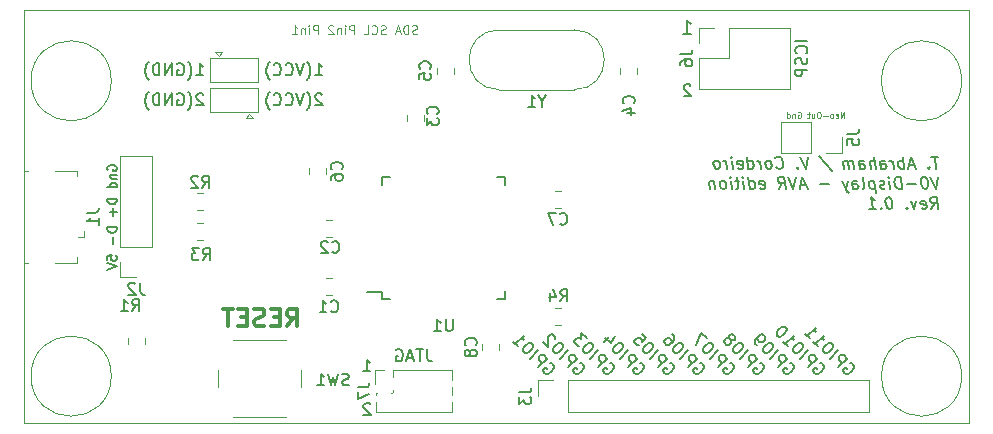
<source format=gbr>
G04 #@! TF.GenerationSoftware,KiCad,Pcbnew,(5.1.9)-1*
G04 #@! TF.CreationDate,2021-03-07T21:45:31-03:00*
G04 #@! TF.ProjectId,V0_Display,56305f44-6973-4706-9c61-792e6b696361,rev?*
G04 #@! TF.SameCoordinates,Original*
G04 #@! TF.FileFunction,Legend,Bot*
G04 #@! TF.FilePolarity,Positive*
%FSLAX46Y46*%
G04 Gerber Fmt 4.6, Leading zero omitted, Abs format (unit mm)*
G04 Created by KiCad (PCBNEW (5.1.9)-1) date 2021-03-07 21:45:31*
%MOMM*%
%LPD*%
G01*
G04 APERTURE LIST*
%ADD10C,0.150000*%
%ADD11C,0.200000*%
%ADD12C,0.100000*%
%ADD13C,0.120000*%
%ADD14C,0.300000*%
G04 #@! TA.AperFunction,Profile*
%ADD15C,0.050000*%
G04 #@! TD*
G04 APERTURE END LIST*
D10*
X114485714Y-83047619D02*
X114438095Y-83000000D01*
X114342857Y-82952380D01*
X114104761Y-82952380D01*
X114009523Y-83000000D01*
X113961904Y-83047619D01*
X113914285Y-83142857D01*
X113914285Y-83238095D01*
X113961904Y-83380952D01*
X114533333Y-83952380D01*
X113914285Y-83952380D01*
X113914285Y-80252380D02*
X114485714Y-80252380D01*
X114200000Y-80252380D02*
X114200000Y-79252380D01*
X114295238Y-79395238D01*
X114390476Y-79490476D01*
X114485714Y-79538095D01*
X119297666Y-78387980D02*
X119297666Y-79102266D01*
X119345285Y-79245123D01*
X119440523Y-79340361D01*
X119583380Y-79387980D01*
X119678619Y-79387980D01*
X118964333Y-78387980D02*
X118392904Y-78387980D01*
X118678619Y-79387980D02*
X118678619Y-78387980D01*
X118107190Y-79102266D02*
X117631000Y-79102266D01*
X118202428Y-79387980D02*
X117869095Y-78387980D01*
X117535761Y-79387980D01*
X116678619Y-78435600D02*
X116773857Y-78387980D01*
X116916714Y-78387980D01*
X117059571Y-78435600D01*
X117154809Y-78530838D01*
X117202428Y-78626076D01*
X117250047Y-78816552D01*
X117250047Y-78959409D01*
X117202428Y-79149885D01*
X117154809Y-79245123D01*
X117059571Y-79340361D01*
X116916714Y-79387980D01*
X116821476Y-79387980D01*
X116678619Y-79340361D01*
X116631000Y-79292742D01*
X116631000Y-78959409D01*
X116821476Y-78959409D01*
X141585714Y-56047619D02*
X141538095Y-56000000D01*
X141442857Y-55952380D01*
X141204761Y-55952380D01*
X141109523Y-56000000D01*
X141061904Y-56047619D01*
X141014285Y-56142857D01*
X141014285Y-56238095D01*
X141061904Y-56380952D01*
X141633333Y-56952380D01*
X141014285Y-56952380D01*
X140942857Y-51715476D02*
X141657142Y-51715476D01*
X141300000Y-51715476D02*
X141300000Y-50465476D01*
X141419047Y-50644047D01*
X141538095Y-50763095D01*
X141657142Y-50822619D01*
X155145862Y-79538755D02*
X155246877Y-79572427D01*
X155347892Y-79673442D01*
X155415236Y-79808129D01*
X155415236Y-79942816D01*
X155381564Y-80043831D01*
X155280549Y-80212190D01*
X155179534Y-80313205D01*
X155011175Y-80414221D01*
X154910160Y-80447892D01*
X154775473Y-80447892D01*
X154640786Y-80380549D01*
X154573442Y-80313205D01*
X154506099Y-80178518D01*
X154506099Y-80111175D01*
X154741801Y-79875473D01*
X154876488Y-80010160D01*
X154135709Y-79875473D02*
X154842816Y-79168366D01*
X154573442Y-78898992D01*
X154472427Y-78865320D01*
X154405083Y-78865320D01*
X154304068Y-78898992D01*
X154203053Y-79000007D01*
X154169381Y-79101022D01*
X154169381Y-79168366D01*
X154203053Y-79269381D01*
X154472427Y-79538755D01*
X153428603Y-79168366D02*
X154135709Y-78461259D01*
X153664305Y-77989855D02*
X153529618Y-77855168D01*
X153428603Y-77821496D01*
X153293916Y-77821496D01*
X153125557Y-77922511D01*
X152889855Y-78158213D01*
X152788839Y-78326572D01*
X152788839Y-78461259D01*
X152822511Y-78562274D01*
X152957198Y-78696961D01*
X153058213Y-78730633D01*
X153192900Y-78730633D01*
X153361259Y-78629618D01*
X153596961Y-78393916D01*
X153697977Y-78225557D01*
X153697977Y-78090870D01*
X153664305Y-77989855D01*
X151980717Y-77720481D02*
X152384778Y-78124542D01*
X152182748Y-77922511D02*
X152889855Y-77215404D01*
X152856183Y-77383763D01*
X152856183Y-77518450D01*
X152889855Y-77619465D01*
X151307282Y-77047046D02*
X151711343Y-77451107D01*
X151509313Y-77249076D02*
X152216420Y-76541969D01*
X152182748Y-76710328D01*
X152182748Y-76845015D01*
X152216420Y-76946030D01*
X152605862Y-79538755D02*
X152706877Y-79572427D01*
X152807892Y-79673442D01*
X152875236Y-79808129D01*
X152875236Y-79942816D01*
X152841564Y-80043831D01*
X152740549Y-80212190D01*
X152639534Y-80313205D01*
X152471175Y-80414221D01*
X152370160Y-80447892D01*
X152235473Y-80447892D01*
X152100786Y-80380549D01*
X152033442Y-80313205D01*
X151966099Y-80178518D01*
X151966099Y-80111175D01*
X152201801Y-79875473D01*
X152336488Y-80010160D01*
X151595709Y-79875473D02*
X152302816Y-79168366D01*
X152033442Y-78898992D01*
X151932427Y-78865320D01*
X151865083Y-78865320D01*
X151764068Y-78898992D01*
X151663053Y-79000007D01*
X151629381Y-79101022D01*
X151629381Y-79168366D01*
X151663053Y-79269381D01*
X151932427Y-79538755D01*
X150888603Y-79168366D02*
X151595709Y-78461259D01*
X151124305Y-77989855D02*
X150989618Y-77855168D01*
X150888603Y-77821496D01*
X150753916Y-77821496D01*
X150585557Y-77922511D01*
X150349855Y-78158213D01*
X150248839Y-78326572D01*
X150248839Y-78461259D01*
X150282511Y-78562274D01*
X150417198Y-78696961D01*
X150518213Y-78730633D01*
X150652900Y-78730633D01*
X150821259Y-78629618D01*
X151056961Y-78393916D01*
X151157977Y-78225557D01*
X151157977Y-78090870D01*
X151124305Y-77989855D01*
X149440717Y-77720481D02*
X149844778Y-78124542D01*
X149642748Y-77922511D02*
X150349855Y-77215404D01*
X150316183Y-77383763D01*
X150316183Y-77518450D01*
X150349855Y-77619465D01*
X149710091Y-76575641D02*
X149642748Y-76508298D01*
X149541733Y-76474626D01*
X149474389Y-76474626D01*
X149373374Y-76508298D01*
X149205015Y-76609313D01*
X149036656Y-76777672D01*
X148935641Y-76946030D01*
X148901969Y-77047046D01*
X148901969Y-77114389D01*
X148935641Y-77215404D01*
X149002985Y-77282748D01*
X149104000Y-77316420D01*
X149171343Y-77316420D01*
X149272359Y-77282748D01*
X149440717Y-77181733D01*
X149609076Y-77013374D01*
X149710091Y-76845015D01*
X149743763Y-76744000D01*
X149743763Y-76676656D01*
X149710091Y-76575641D01*
X150065862Y-79538755D02*
X150166877Y-79572427D01*
X150267892Y-79673442D01*
X150335236Y-79808129D01*
X150335236Y-79942816D01*
X150301564Y-80043831D01*
X150200549Y-80212190D01*
X150099534Y-80313205D01*
X149931175Y-80414221D01*
X149830160Y-80447892D01*
X149695473Y-80447892D01*
X149560786Y-80380549D01*
X149493442Y-80313205D01*
X149426099Y-80178518D01*
X149426099Y-80111175D01*
X149661801Y-79875473D01*
X149796488Y-80010160D01*
X149055709Y-79875473D02*
X149762816Y-79168366D01*
X149493442Y-78898992D01*
X149392427Y-78865320D01*
X149325083Y-78865320D01*
X149224068Y-78898992D01*
X149123053Y-79000007D01*
X149089381Y-79101022D01*
X149089381Y-79168366D01*
X149123053Y-79269381D01*
X149392427Y-79538755D01*
X148348603Y-79168366D02*
X149055709Y-78461259D01*
X148584305Y-77989855D02*
X148449618Y-77855168D01*
X148348603Y-77821496D01*
X148213916Y-77821496D01*
X148045557Y-77922511D01*
X147809855Y-78158213D01*
X147708839Y-78326572D01*
X147708839Y-78461259D01*
X147742511Y-78562274D01*
X147877198Y-78696961D01*
X147978213Y-78730633D01*
X148112900Y-78730633D01*
X148281259Y-78629618D01*
X148516961Y-78393916D01*
X148617977Y-78225557D01*
X148617977Y-78090870D01*
X148584305Y-77989855D01*
X147237435Y-78057198D02*
X147102748Y-77922511D01*
X147069076Y-77821496D01*
X147069076Y-77754152D01*
X147102748Y-77585794D01*
X147203763Y-77417435D01*
X147473137Y-77148061D01*
X147574152Y-77114389D01*
X147641496Y-77114389D01*
X147742511Y-77148061D01*
X147877198Y-77282748D01*
X147910870Y-77383763D01*
X147910870Y-77451107D01*
X147877198Y-77552122D01*
X147708839Y-77720481D01*
X147607824Y-77754152D01*
X147540481Y-77754152D01*
X147439465Y-77720481D01*
X147304778Y-77585794D01*
X147271107Y-77484778D01*
X147271107Y-77417435D01*
X147304778Y-77316420D01*
X147525862Y-79538755D02*
X147626877Y-79572427D01*
X147727892Y-79673442D01*
X147795236Y-79808129D01*
X147795236Y-79942816D01*
X147761564Y-80043831D01*
X147660549Y-80212190D01*
X147559534Y-80313205D01*
X147391175Y-80414221D01*
X147290160Y-80447892D01*
X147155473Y-80447892D01*
X147020786Y-80380549D01*
X146953442Y-80313205D01*
X146886099Y-80178518D01*
X146886099Y-80111175D01*
X147121801Y-79875473D01*
X147256488Y-80010160D01*
X146515709Y-79875473D02*
X147222816Y-79168366D01*
X146953442Y-78898992D01*
X146852427Y-78865320D01*
X146785083Y-78865320D01*
X146684068Y-78898992D01*
X146583053Y-79000007D01*
X146549381Y-79101022D01*
X146549381Y-79168366D01*
X146583053Y-79269381D01*
X146852427Y-79538755D01*
X145808603Y-79168366D02*
X146515709Y-78461259D01*
X146044305Y-77989855D02*
X145909618Y-77855168D01*
X145808603Y-77821496D01*
X145673916Y-77821496D01*
X145505557Y-77922511D01*
X145269855Y-78158213D01*
X145168839Y-78326572D01*
X145168839Y-78461259D01*
X145202511Y-78562274D01*
X145337198Y-78696961D01*
X145438213Y-78730633D01*
X145572900Y-78730633D01*
X145741259Y-78629618D01*
X145976961Y-78393916D01*
X146077977Y-78225557D01*
X146077977Y-78090870D01*
X146044305Y-77989855D01*
X145034152Y-77585794D02*
X145135168Y-77619465D01*
X145202511Y-77619465D01*
X145303526Y-77585794D01*
X145337198Y-77552122D01*
X145370870Y-77451107D01*
X145370870Y-77383763D01*
X145337198Y-77282748D01*
X145202511Y-77148061D01*
X145101496Y-77114389D01*
X145034152Y-77114389D01*
X144933137Y-77148061D01*
X144899465Y-77181733D01*
X144865794Y-77282748D01*
X144865794Y-77350091D01*
X144899465Y-77451107D01*
X145034152Y-77585794D01*
X145067824Y-77686809D01*
X145067824Y-77754152D01*
X145034152Y-77855168D01*
X144899465Y-77989855D01*
X144798450Y-78023526D01*
X144731107Y-78023526D01*
X144630091Y-77989855D01*
X144495404Y-77855168D01*
X144461733Y-77754152D01*
X144461733Y-77686809D01*
X144495404Y-77585794D01*
X144630091Y-77451107D01*
X144731107Y-77417435D01*
X144798450Y-77417435D01*
X144899465Y-77451107D01*
X144985862Y-79538755D02*
X145086877Y-79572427D01*
X145187892Y-79673442D01*
X145255236Y-79808129D01*
X145255236Y-79942816D01*
X145221564Y-80043831D01*
X145120549Y-80212190D01*
X145019534Y-80313205D01*
X144851175Y-80414221D01*
X144750160Y-80447892D01*
X144615473Y-80447892D01*
X144480786Y-80380549D01*
X144413442Y-80313205D01*
X144346099Y-80178518D01*
X144346099Y-80111175D01*
X144581801Y-79875473D01*
X144716488Y-80010160D01*
X143975709Y-79875473D02*
X144682816Y-79168366D01*
X144413442Y-78898992D01*
X144312427Y-78865320D01*
X144245083Y-78865320D01*
X144144068Y-78898992D01*
X144043053Y-79000007D01*
X144009381Y-79101022D01*
X144009381Y-79168366D01*
X144043053Y-79269381D01*
X144312427Y-79538755D01*
X143268603Y-79168366D02*
X143975709Y-78461259D01*
X143504305Y-77989855D02*
X143369618Y-77855168D01*
X143268603Y-77821496D01*
X143133916Y-77821496D01*
X142965557Y-77922511D01*
X142729855Y-78158213D01*
X142628839Y-78326572D01*
X142628839Y-78461259D01*
X142662511Y-78562274D01*
X142797198Y-78696961D01*
X142898213Y-78730633D01*
X143032900Y-78730633D01*
X143201259Y-78629618D01*
X143436961Y-78393916D01*
X143537977Y-78225557D01*
X143537977Y-78090870D01*
X143504305Y-77989855D01*
X142965557Y-77451107D02*
X142494152Y-76979702D01*
X142090091Y-77989855D01*
X142445862Y-79538755D02*
X142546877Y-79572427D01*
X142647892Y-79673442D01*
X142715236Y-79808129D01*
X142715236Y-79942816D01*
X142681564Y-80043831D01*
X142580549Y-80212190D01*
X142479534Y-80313205D01*
X142311175Y-80414221D01*
X142210160Y-80447892D01*
X142075473Y-80447892D01*
X141940786Y-80380549D01*
X141873442Y-80313205D01*
X141806099Y-80178518D01*
X141806099Y-80111175D01*
X142041801Y-79875473D01*
X142176488Y-80010160D01*
X141435709Y-79875473D02*
X142142816Y-79168366D01*
X141873442Y-78898992D01*
X141772427Y-78865320D01*
X141705083Y-78865320D01*
X141604068Y-78898992D01*
X141503053Y-79000007D01*
X141469381Y-79101022D01*
X141469381Y-79168366D01*
X141503053Y-79269381D01*
X141772427Y-79538755D01*
X140728603Y-79168366D02*
X141435709Y-78461259D01*
X140964305Y-77989855D02*
X140829618Y-77855168D01*
X140728603Y-77821496D01*
X140593916Y-77821496D01*
X140425557Y-77922511D01*
X140189855Y-78158213D01*
X140088839Y-78326572D01*
X140088839Y-78461259D01*
X140122511Y-78562274D01*
X140257198Y-78696961D01*
X140358213Y-78730633D01*
X140492900Y-78730633D01*
X140661259Y-78629618D01*
X140896961Y-78393916D01*
X140997977Y-78225557D01*
X140997977Y-78090870D01*
X140964305Y-77989855D01*
X140055168Y-77080717D02*
X140189855Y-77215404D01*
X140223526Y-77316420D01*
X140223526Y-77383763D01*
X140189855Y-77552122D01*
X140088839Y-77720481D01*
X139819465Y-77989855D01*
X139718450Y-78023526D01*
X139651107Y-78023526D01*
X139550091Y-77989855D01*
X139415404Y-77855168D01*
X139381733Y-77754152D01*
X139381733Y-77686809D01*
X139415404Y-77585794D01*
X139583763Y-77417435D01*
X139684778Y-77383763D01*
X139752122Y-77383763D01*
X139853137Y-77417435D01*
X139987824Y-77552122D01*
X140021496Y-77653137D01*
X140021496Y-77720481D01*
X139987824Y-77821496D01*
X139905862Y-79538755D02*
X140006877Y-79572427D01*
X140107892Y-79673442D01*
X140175236Y-79808129D01*
X140175236Y-79942816D01*
X140141564Y-80043831D01*
X140040549Y-80212190D01*
X139939534Y-80313205D01*
X139771175Y-80414221D01*
X139670160Y-80447892D01*
X139535473Y-80447892D01*
X139400786Y-80380549D01*
X139333442Y-80313205D01*
X139266099Y-80178518D01*
X139266099Y-80111175D01*
X139501801Y-79875473D01*
X139636488Y-80010160D01*
X138895709Y-79875473D02*
X139602816Y-79168366D01*
X139333442Y-78898992D01*
X139232427Y-78865320D01*
X139165083Y-78865320D01*
X139064068Y-78898992D01*
X138963053Y-79000007D01*
X138929381Y-79101022D01*
X138929381Y-79168366D01*
X138963053Y-79269381D01*
X139232427Y-79538755D01*
X138188603Y-79168366D02*
X138895709Y-78461259D01*
X138424305Y-77989855D02*
X138289618Y-77855168D01*
X138188603Y-77821496D01*
X138053916Y-77821496D01*
X137885557Y-77922511D01*
X137649855Y-78158213D01*
X137548839Y-78326572D01*
X137548839Y-78461259D01*
X137582511Y-78562274D01*
X137717198Y-78696961D01*
X137818213Y-78730633D01*
X137952900Y-78730633D01*
X138121259Y-78629618D01*
X138356961Y-78393916D01*
X138457977Y-78225557D01*
X138457977Y-78090870D01*
X138424305Y-77989855D01*
X137481496Y-77047046D02*
X137818213Y-77383763D01*
X137515168Y-77754152D01*
X137515168Y-77686809D01*
X137481496Y-77585794D01*
X137313137Y-77417435D01*
X137212122Y-77383763D01*
X137144778Y-77383763D01*
X137043763Y-77417435D01*
X136875404Y-77585794D01*
X136841733Y-77686809D01*
X136841733Y-77754152D01*
X136875404Y-77855168D01*
X137043763Y-78023526D01*
X137144778Y-78057198D01*
X137212122Y-78057198D01*
X137365862Y-79538755D02*
X137466877Y-79572427D01*
X137567892Y-79673442D01*
X137635236Y-79808129D01*
X137635236Y-79942816D01*
X137601564Y-80043831D01*
X137500549Y-80212190D01*
X137399534Y-80313205D01*
X137231175Y-80414221D01*
X137130160Y-80447892D01*
X136995473Y-80447892D01*
X136860786Y-80380549D01*
X136793442Y-80313205D01*
X136726099Y-80178518D01*
X136726099Y-80111175D01*
X136961801Y-79875473D01*
X137096488Y-80010160D01*
X136355709Y-79875473D02*
X137062816Y-79168366D01*
X136793442Y-78898992D01*
X136692427Y-78865320D01*
X136625083Y-78865320D01*
X136524068Y-78898992D01*
X136423053Y-79000007D01*
X136389381Y-79101022D01*
X136389381Y-79168366D01*
X136423053Y-79269381D01*
X136692427Y-79538755D01*
X135648603Y-79168366D02*
X136355709Y-78461259D01*
X135884305Y-77989855D02*
X135749618Y-77855168D01*
X135648603Y-77821496D01*
X135513916Y-77821496D01*
X135345557Y-77922511D01*
X135109855Y-78158213D01*
X135008839Y-78326572D01*
X135008839Y-78461259D01*
X135042511Y-78562274D01*
X135177198Y-78696961D01*
X135278213Y-78730633D01*
X135412900Y-78730633D01*
X135581259Y-78629618D01*
X135816961Y-78393916D01*
X135917977Y-78225557D01*
X135917977Y-78090870D01*
X135884305Y-77989855D01*
X134739465Y-77316420D02*
X134268061Y-77787824D01*
X135177198Y-77215404D02*
X134840481Y-77888839D01*
X134402748Y-77451107D01*
X134825862Y-79538755D02*
X134926877Y-79572427D01*
X135027892Y-79673442D01*
X135095236Y-79808129D01*
X135095236Y-79942816D01*
X135061564Y-80043831D01*
X134960549Y-80212190D01*
X134859534Y-80313205D01*
X134691175Y-80414221D01*
X134590160Y-80447892D01*
X134455473Y-80447892D01*
X134320786Y-80380549D01*
X134253442Y-80313205D01*
X134186099Y-80178518D01*
X134186099Y-80111175D01*
X134421801Y-79875473D01*
X134556488Y-80010160D01*
X133815709Y-79875473D02*
X134522816Y-79168366D01*
X134253442Y-78898992D01*
X134152427Y-78865320D01*
X134085083Y-78865320D01*
X133984068Y-78898992D01*
X133883053Y-79000007D01*
X133849381Y-79101022D01*
X133849381Y-79168366D01*
X133883053Y-79269381D01*
X134152427Y-79538755D01*
X133108603Y-79168366D02*
X133815709Y-78461259D01*
X133344305Y-77989855D02*
X133209618Y-77855168D01*
X133108603Y-77821496D01*
X132973916Y-77821496D01*
X132805557Y-77922511D01*
X132569855Y-78158213D01*
X132468839Y-78326572D01*
X132468839Y-78461259D01*
X132502511Y-78562274D01*
X132637198Y-78696961D01*
X132738213Y-78730633D01*
X132872900Y-78730633D01*
X133041259Y-78629618D01*
X133276961Y-78393916D01*
X133377977Y-78225557D01*
X133377977Y-78090870D01*
X133344305Y-77989855D01*
X132805557Y-77451107D02*
X132367824Y-77013374D01*
X132334152Y-77518450D01*
X132233137Y-77417435D01*
X132132122Y-77383763D01*
X132064778Y-77383763D01*
X131963763Y-77417435D01*
X131795404Y-77585794D01*
X131761733Y-77686809D01*
X131761733Y-77754152D01*
X131795404Y-77855168D01*
X131997435Y-78057198D01*
X132098450Y-78090870D01*
X132165794Y-78090870D01*
X132285862Y-79538755D02*
X132386877Y-79572427D01*
X132487892Y-79673442D01*
X132555236Y-79808129D01*
X132555236Y-79942816D01*
X132521564Y-80043831D01*
X132420549Y-80212190D01*
X132319534Y-80313205D01*
X132151175Y-80414221D01*
X132050160Y-80447892D01*
X131915473Y-80447892D01*
X131780786Y-80380549D01*
X131713442Y-80313205D01*
X131646099Y-80178518D01*
X131646099Y-80111175D01*
X131881801Y-79875473D01*
X132016488Y-80010160D01*
X131275709Y-79875473D02*
X131982816Y-79168366D01*
X131713442Y-78898992D01*
X131612427Y-78865320D01*
X131545083Y-78865320D01*
X131444068Y-78898992D01*
X131343053Y-79000007D01*
X131309381Y-79101022D01*
X131309381Y-79168366D01*
X131343053Y-79269381D01*
X131612427Y-79538755D01*
X130568603Y-79168366D02*
X131275709Y-78461259D01*
X130804305Y-77989855D02*
X130669618Y-77855168D01*
X130568603Y-77821496D01*
X130433916Y-77821496D01*
X130265557Y-77922511D01*
X130029855Y-78158213D01*
X129928839Y-78326572D01*
X129928839Y-78461259D01*
X129962511Y-78562274D01*
X130097198Y-78696961D01*
X130198213Y-78730633D01*
X130332900Y-78730633D01*
X130501259Y-78629618D01*
X130736961Y-78393916D01*
X130837977Y-78225557D01*
X130837977Y-78090870D01*
X130804305Y-77989855D01*
X130164542Y-77484778D02*
X130164542Y-77417435D01*
X130130870Y-77316420D01*
X129962511Y-77148061D01*
X129861496Y-77114389D01*
X129794152Y-77114389D01*
X129693137Y-77148061D01*
X129625794Y-77215404D01*
X129558450Y-77350091D01*
X129558450Y-78158213D01*
X129120717Y-77720481D01*
X129745862Y-79538755D02*
X129846877Y-79572427D01*
X129947892Y-79673442D01*
X130015236Y-79808129D01*
X130015236Y-79942816D01*
X129981564Y-80043831D01*
X129880549Y-80212190D01*
X129779534Y-80313205D01*
X129611175Y-80414221D01*
X129510160Y-80447892D01*
X129375473Y-80447892D01*
X129240786Y-80380549D01*
X129173442Y-80313205D01*
X129106099Y-80178518D01*
X129106099Y-80111175D01*
X129341801Y-79875473D01*
X129476488Y-80010160D01*
X128735709Y-79875473D02*
X129442816Y-79168366D01*
X129173442Y-78898992D01*
X129072427Y-78865320D01*
X129005083Y-78865320D01*
X128904068Y-78898992D01*
X128803053Y-79000007D01*
X128769381Y-79101022D01*
X128769381Y-79168366D01*
X128803053Y-79269381D01*
X129072427Y-79538755D01*
X128028603Y-79168366D02*
X128735709Y-78461259D01*
X128264305Y-77989855D02*
X128129618Y-77855168D01*
X128028603Y-77821496D01*
X127893916Y-77821496D01*
X127725557Y-77922511D01*
X127489855Y-78158213D01*
X127388839Y-78326572D01*
X127388839Y-78461259D01*
X127422511Y-78562274D01*
X127557198Y-78696961D01*
X127658213Y-78730633D01*
X127792900Y-78730633D01*
X127961259Y-78629618D01*
X128196961Y-78393916D01*
X128297977Y-78225557D01*
X128297977Y-78090870D01*
X128264305Y-77989855D01*
X126580717Y-77720481D02*
X126984778Y-78124542D01*
X126782748Y-77922511D02*
X127489855Y-77215404D01*
X127456183Y-77383763D01*
X127456183Y-77518450D01*
X127489855Y-77619465D01*
D11*
X162580409Y-62082980D02*
X162008980Y-62082980D01*
X162419695Y-63082980D02*
X162294695Y-62082980D01*
X161788742Y-62987742D02*
X161747076Y-63035361D01*
X161800647Y-63082980D01*
X161842314Y-63035361D01*
X161788742Y-62987742D01*
X161800647Y-63082980D01*
X160574457Y-62797266D02*
X160098266Y-62797266D01*
X160705409Y-63082980D02*
X160247076Y-62082980D01*
X160038742Y-63082980D01*
X159705409Y-63082980D02*
X159580409Y-62082980D01*
X159628028Y-62463933D02*
X159526838Y-62416314D01*
X159336361Y-62416314D01*
X159247076Y-62463933D01*
X159205409Y-62511552D01*
X159169695Y-62606790D01*
X159205409Y-62892504D01*
X159264933Y-62987742D01*
X159318504Y-63035361D01*
X159419695Y-63082980D01*
X159610171Y-63082980D01*
X159699457Y-63035361D01*
X158800647Y-63082980D02*
X158717314Y-62416314D01*
X158741123Y-62606790D02*
X158681600Y-62511552D01*
X158628028Y-62463933D01*
X158526838Y-62416314D01*
X158431600Y-62416314D01*
X157753028Y-63082980D02*
X157687552Y-62559171D01*
X157723266Y-62463933D01*
X157812552Y-62416314D01*
X158003028Y-62416314D01*
X158104219Y-62463933D01*
X157747076Y-63035361D02*
X157848266Y-63082980D01*
X158086361Y-63082980D01*
X158175647Y-63035361D01*
X158211361Y-62940123D01*
X158199457Y-62844885D01*
X158139933Y-62749647D01*
X158038742Y-62702028D01*
X157800647Y-62702028D01*
X157699457Y-62654409D01*
X157276838Y-63082980D02*
X157151838Y-62082980D01*
X156848266Y-63082980D02*
X156782790Y-62559171D01*
X156818504Y-62463933D01*
X156907790Y-62416314D01*
X157050647Y-62416314D01*
X157151838Y-62463933D01*
X157205409Y-62511552D01*
X155943504Y-63082980D02*
X155878028Y-62559171D01*
X155913742Y-62463933D01*
X156003028Y-62416314D01*
X156193504Y-62416314D01*
X156294695Y-62463933D01*
X155937552Y-63035361D02*
X156038742Y-63082980D01*
X156276838Y-63082980D01*
X156366123Y-63035361D01*
X156401838Y-62940123D01*
X156389933Y-62844885D01*
X156330409Y-62749647D01*
X156229219Y-62702028D01*
X155991123Y-62702028D01*
X155889933Y-62654409D01*
X155467314Y-63082980D02*
X155383980Y-62416314D01*
X155395885Y-62511552D02*
X155342314Y-62463933D01*
X155241123Y-62416314D01*
X155098266Y-62416314D01*
X155008980Y-62463933D01*
X154973266Y-62559171D01*
X155038742Y-63082980D01*
X154973266Y-62559171D02*
X154913742Y-62463933D01*
X154812552Y-62416314D01*
X154669695Y-62416314D01*
X154580409Y-62463933D01*
X154544695Y-62559171D01*
X154610171Y-63082980D01*
X152526838Y-62035361D02*
X153544695Y-63321076D01*
X151580409Y-62082980D02*
X151372076Y-63082980D01*
X150913742Y-62082980D01*
X150693504Y-62987742D02*
X150651838Y-63035361D01*
X150705409Y-63082980D01*
X150747076Y-63035361D01*
X150693504Y-62987742D01*
X150705409Y-63082980D01*
X148883980Y-62987742D02*
X148937552Y-63035361D01*
X149086361Y-63082980D01*
X149181600Y-63082980D01*
X149318504Y-63035361D01*
X149401838Y-62940123D01*
X149437552Y-62844885D01*
X149461361Y-62654409D01*
X149443504Y-62511552D01*
X149372076Y-62321076D01*
X149312552Y-62225838D01*
X149205409Y-62130600D01*
X149056600Y-62082980D01*
X148961361Y-62082980D01*
X148824457Y-62130600D01*
X148782790Y-62178219D01*
X148324457Y-63082980D02*
X148413742Y-63035361D01*
X148455409Y-62987742D01*
X148491123Y-62892504D01*
X148455409Y-62606790D01*
X148395885Y-62511552D01*
X148342314Y-62463933D01*
X148241123Y-62416314D01*
X148098266Y-62416314D01*
X148008980Y-62463933D01*
X147967314Y-62511552D01*
X147931600Y-62606790D01*
X147967314Y-62892504D01*
X148026838Y-62987742D01*
X148080409Y-63035361D01*
X148181600Y-63082980D01*
X148324457Y-63082980D01*
X147562552Y-63082980D02*
X147479219Y-62416314D01*
X147503028Y-62606790D02*
X147443504Y-62511552D01*
X147389933Y-62463933D01*
X147288742Y-62416314D01*
X147193504Y-62416314D01*
X146514933Y-63082980D02*
X146389933Y-62082980D01*
X146508980Y-63035361D02*
X146610171Y-63082980D01*
X146800647Y-63082980D01*
X146889933Y-63035361D01*
X146931600Y-62987742D01*
X146967314Y-62892504D01*
X146931600Y-62606790D01*
X146872076Y-62511552D01*
X146818504Y-62463933D01*
X146717314Y-62416314D01*
X146526838Y-62416314D01*
X146437552Y-62463933D01*
X145651838Y-63035361D02*
X145753028Y-63082980D01*
X145943504Y-63082980D01*
X146032790Y-63035361D01*
X146068504Y-62940123D01*
X146020885Y-62559171D01*
X145961361Y-62463933D01*
X145860171Y-62416314D01*
X145669695Y-62416314D01*
X145580409Y-62463933D01*
X145544695Y-62559171D01*
X145556600Y-62654409D01*
X146044695Y-62749647D01*
X145181600Y-63082980D02*
X145098266Y-62416314D01*
X145056600Y-62082980D02*
X145110171Y-62130600D01*
X145068504Y-62178219D01*
X145014933Y-62130600D01*
X145056600Y-62082980D01*
X145068504Y-62178219D01*
X144705409Y-63082980D02*
X144622076Y-62416314D01*
X144645885Y-62606790D02*
X144586361Y-62511552D01*
X144532790Y-62463933D01*
X144431600Y-62416314D01*
X144336361Y-62416314D01*
X143943504Y-63082980D02*
X144032790Y-63035361D01*
X144074457Y-62987742D01*
X144110171Y-62892504D01*
X144074457Y-62606790D01*
X144014933Y-62511552D01*
X143961361Y-62463933D01*
X143860171Y-62416314D01*
X143717314Y-62416314D01*
X143628028Y-62463933D01*
X143586361Y-62511552D01*
X143550647Y-62606790D01*
X143586361Y-62892504D01*
X143645885Y-62987742D01*
X143699457Y-63035361D01*
X143800647Y-63082980D01*
X143943504Y-63082980D01*
X162580409Y-63782980D02*
X162372076Y-64782980D01*
X161913742Y-63782980D01*
X161389933Y-63782980D02*
X161294695Y-63782980D01*
X161205409Y-63830600D01*
X161163742Y-63878219D01*
X161128028Y-63973457D01*
X161104219Y-64163933D01*
X161133980Y-64402028D01*
X161205409Y-64592504D01*
X161264933Y-64687742D01*
X161318504Y-64735361D01*
X161419695Y-64782980D01*
X161514933Y-64782980D01*
X161604219Y-64735361D01*
X161645885Y-64687742D01*
X161681600Y-64592504D01*
X161705409Y-64402028D01*
X161675647Y-64163933D01*
X161604219Y-63973457D01*
X161544695Y-63878219D01*
X161491123Y-63830600D01*
X161389933Y-63782980D01*
X160705409Y-64402028D02*
X159943504Y-64402028D01*
X159514933Y-64782980D02*
X159389933Y-63782980D01*
X159151838Y-63782980D01*
X159014933Y-63830600D01*
X158931599Y-63925838D01*
X158895885Y-64021076D01*
X158872076Y-64211552D01*
X158889933Y-64354409D01*
X158961361Y-64544885D01*
X159020885Y-64640123D01*
X159128028Y-64735361D01*
X159276838Y-64782980D01*
X159514933Y-64782980D01*
X158514933Y-64782980D02*
X158431599Y-64116314D01*
X158389933Y-63782980D02*
X158443504Y-63830600D01*
X158401838Y-63878219D01*
X158348266Y-63830600D01*
X158389933Y-63782980D01*
X158401838Y-63878219D01*
X158080409Y-64735361D02*
X157991123Y-64782980D01*
X157800647Y-64782980D01*
X157699457Y-64735361D01*
X157639933Y-64640123D01*
X157633980Y-64592504D01*
X157669695Y-64497266D01*
X157758980Y-64449647D01*
X157901838Y-64449647D01*
X157991123Y-64402028D01*
X158026838Y-64306790D01*
X158020885Y-64259171D01*
X157961361Y-64163933D01*
X157860171Y-64116314D01*
X157717314Y-64116314D01*
X157628028Y-64163933D01*
X157145885Y-64116314D02*
X157270885Y-65116314D01*
X157151838Y-64163933D02*
X157050647Y-64116314D01*
X156860171Y-64116314D01*
X156770885Y-64163933D01*
X156729219Y-64211552D01*
X156693504Y-64306790D01*
X156729219Y-64592504D01*
X156788742Y-64687742D01*
X156842314Y-64735361D01*
X156943504Y-64782980D01*
X157133980Y-64782980D01*
X157223266Y-64735361D01*
X156181600Y-64782980D02*
X156270885Y-64735361D01*
X156306599Y-64640123D01*
X156199457Y-63782980D01*
X155372076Y-64782980D02*
X155306600Y-64259171D01*
X155342314Y-64163933D01*
X155431599Y-64116314D01*
X155622076Y-64116314D01*
X155723266Y-64163933D01*
X155366123Y-64735361D02*
X155467314Y-64782980D01*
X155705409Y-64782980D01*
X155794695Y-64735361D01*
X155830409Y-64640123D01*
X155818504Y-64544885D01*
X155758980Y-64449647D01*
X155657790Y-64402028D01*
X155419695Y-64402028D01*
X155318504Y-64354409D01*
X154907790Y-64116314D02*
X154753028Y-64782980D01*
X154431599Y-64116314D02*
X154753028Y-64782980D01*
X154878028Y-65021076D01*
X154931599Y-65068695D01*
X155032790Y-65116314D01*
X153324457Y-64402028D02*
X152562552Y-64402028D01*
X151383980Y-64497266D02*
X150907790Y-64497266D01*
X151514933Y-64782980D02*
X151056600Y-63782980D01*
X150848266Y-64782980D01*
X150532790Y-63782980D02*
X150324457Y-64782980D01*
X149866123Y-63782980D01*
X149086361Y-64782980D02*
X149360171Y-64306790D01*
X149657790Y-64782980D02*
X149532790Y-63782980D01*
X149151838Y-63782980D01*
X149062552Y-63830600D01*
X149020885Y-63878219D01*
X148985171Y-63973457D01*
X149003028Y-64116314D01*
X149062552Y-64211552D01*
X149116123Y-64259171D01*
X149217314Y-64306790D01*
X149598266Y-64306790D01*
X147508980Y-64735361D02*
X147610171Y-64782980D01*
X147800647Y-64782980D01*
X147889933Y-64735361D01*
X147925647Y-64640123D01*
X147878028Y-64259171D01*
X147818504Y-64163933D01*
X147717314Y-64116314D01*
X147526838Y-64116314D01*
X147437552Y-64163933D01*
X147401838Y-64259171D01*
X147413742Y-64354409D01*
X147901838Y-64449647D01*
X146610171Y-64782980D02*
X146485171Y-63782980D01*
X146604219Y-64735361D02*
X146705409Y-64782980D01*
X146895885Y-64782980D01*
X146985171Y-64735361D01*
X147026838Y-64687742D01*
X147062552Y-64592504D01*
X147026838Y-64306790D01*
X146967314Y-64211552D01*
X146913742Y-64163933D01*
X146812552Y-64116314D01*
X146622076Y-64116314D01*
X146532790Y-64163933D01*
X146133980Y-64782980D02*
X146050647Y-64116314D01*
X146008980Y-63782980D02*
X146062552Y-63830600D01*
X146020885Y-63878219D01*
X145967314Y-63830600D01*
X146008980Y-63782980D01*
X146020885Y-63878219D01*
X145717314Y-64116314D02*
X145336361Y-64116314D01*
X145532790Y-63782980D02*
X145639933Y-64640123D01*
X145604219Y-64735361D01*
X145514933Y-64782980D01*
X145419695Y-64782980D01*
X145086361Y-64782980D02*
X145003028Y-64116314D01*
X144961361Y-63782980D02*
X145014933Y-63830600D01*
X144973266Y-63878219D01*
X144919695Y-63830600D01*
X144961361Y-63782980D01*
X144973266Y-63878219D01*
X144467314Y-64782980D02*
X144556599Y-64735361D01*
X144598266Y-64687742D01*
X144633980Y-64592504D01*
X144598266Y-64306790D01*
X144538742Y-64211552D01*
X144485171Y-64163933D01*
X144383980Y-64116314D01*
X144241123Y-64116314D01*
X144151838Y-64163933D01*
X144110171Y-64211552D01*
X144074457Y-64306790D01*
X144110171Y-64592504D01*
X144169695Y-64687742D01*
X144223266Y-64735361D01*
X144324457Y-64782980D01*
X144467314Y-64782980D01*
X143622076Y-64116314D02*
X143705409Y-64782980D01*
X143633980Y-64211552D02*
X143580409Y-64163933D01*
X143479219Y-64116314D01*
X143336361Y-64116314D01*
X143247076Y-64163933D01*
X143211361Y-64259171D01*
X143276838Y-64782980D01*
X161991123Y-66482980D02*
X162264933Y-66006790D01*
X162562552Y-66482980D02*
X162437552Y-65482980D01*
X162056600Y-65482980D01*
X161967314Y-65530600D01*
X161925647Y-65578219D01*
X161889933Y-65673457D01*
X161907790Y-65816314D01*
X161967314Y-65911552D01*
X162020885Y-65959171D01*
X162122076Y-66006790D01*
X162503028Y-66006790D01*
X161175647Y-66435361D02*
X161276838Y-66482980D01*
X161467314Y-66482980D01*
X161556600Y-66435361D01*
X161592314Y-66340123D01*
X161544695Y-65959171D01*
X161485171Y-65863933D01*
X161383980Y-65816314D01*
X161193504Y-65816314D01*
X161104219Y-65863933D01*
X161068504Y-65959171D01*
X161080409Y-66054409D01*
X161568504Y-66149647D01*
X160717314Y-65816314D02*
X160562552Y-66482980D01*
X160241123Y-65816314D01*
X159931600Y-66387742D02*
X159889933Y-66435361D01*
X159943504Y-66482980D01*
X159985171Y-66435361D01*
X159931600Y-66387742D01*
X159943504Y-66482980D01*
X158389933Y-65482980D02*
X158294695Y-65482980D01*
X158205409Y-65530600D01*
X158163742Y-65578219D01*
X158128028Y-65673457D01*
X158104219Y-65863933D01*
X158133980Y-66102028D01*
X158205409Y-66292504D01*
X158264933Y-66387742D01*
X158318504Y-66435361D01*
X158419695Y-66482980D01*
X158514933Y-66482980D01*
X158604219Y-66435361D01*
X158645885Y-66387742D01*
X158681600Y-66292504D01*
X158705409Y-66102028D01*
X158675647Y-65863933D01*
X158604219Y-65673457D01*
X158544695Y-65578219D01*
X158491123Y-65530600D01*
X158389933Y-65482980D01*
X157741123Y-66387742D02*
X157699457Y-66435361D01*
X157753028Y-66482980D01*
X157794695Y-66435361D01*
X157741123Y-66387742D01*
X157753028Y-66482980D01*
X156753028Y-66482980D02*
X157324457Y-66482980D01*
X157038742Y-66482980D02*
X156913742Y-65482980D01*
X157026838Y-65625838D01*
X157133980Y-65721076D01*
X157235171Y-65768695D01*
D12*
X154621666Y-58791190D02*
X154621666Y-58291190D01*
X154335952Y-58791190D01*
X154335952Y-58291190D01*
X153907380Y-58767380D02*
X153955000Y-58791190D01*
X154050238Y-58791190D01*
X154097857Y-58767380D01*
X154121666Y-58719761D01*
X154121666Y-58529285D01*
X154097857Y-58481666D01*
X154050238Y-58457857D01*
X153955000Y-58457857D01*
X153907380Y-58481666D01*
X153883571Y-58529285D01*
X153883571Y-58576904D01*
X154121666Y-58624523D01*
X153597857Y-58791190D02*
X153645476Y-58767380D01*
X153669285Y-58743571D01*
X153693095Y-58695952D01*
X153693095Y-58553095D01*
X153669285Y-58505476D01*
X153645476Y-58481666D01*
X153597857Y-58457857D01*
X153526428Y-58457857D01*
X153478809Y-58481666D01*
X153455000Y-58505476D01*
X153431190Y-58553095D01*
X153431190Y-58695952D01*
X153455000Y-58743571D01*
X153478809Y-58767380D01*
X153526428Y-58791190D01*
X153597857Y-58791190D01*
X153216904Y-58600714D02*
X152835952Y-58600714D01*
X152502619Y-58291190D02*
X152407380Y-58291190D01*
X152359761Y-58315000D01*
X152312142Y-58362619D01*
X152288333Y-58457857D01*
X152288333Y-58624523D01*
X152312142Y-58719761D01*
X152359761Y-58767380D01*
X152407380Y-58791190D01*
X152502619Y-58791190D01*
X152550238Y-58767380D01*
X152597857Y-58719761D01*
X152621666Y-58624523D01*
X152621666Y-58457857D01*
X152597857Y-58362619D01*
X152550238Y-58315000D01*
X152502619Y-58291190D01*
X151859761Y-58457857D02*
X151859761Y-58791190D01*
X152074047Y-58457857D02*
X152074047Y-58719761D01*
X152050238Y-58767380D01*
X152002619Y-58791190D01*
X151931190Y-58791190D01*
X151883571Y-58767380D01*
X151859761Y-58743571D01*
X151693095Y-58457857D02*
X151502619Y-58457857D01*
X151621666Y-58291190D02*
X151621666Y-58719761D01*
X151597857Y-58767380D01*
X151550238Y-58791190D01*
X151502619Y-58791190D01*
X150693095Y-58315000D02*
X150740714Y-58291190D01*
X150812142Y-58291190D01*
X150883571Y-58315000D01*
X150931190Y-58362619D01*
X150955000Y-58410238D01*
X150978809Y-58505476D01*
X150978809Y-58576904D01*
X150955000Y-58672142D01*
X150931190Y-58719761D01*
X150883571Y-58767380D01*
X150812142Y-58791190D01*
X150764523Y-58791190D01*
X150693095Y-58767380D01*
X150669285Y-58743571D01*
X150669285Y-58576904D01*
X150764523Y-58576904D01*
X150455000Y-58457857D02*
X150455000Y-58791190D01*
X150455000Y-58505476D02*
X150431190Y-58481666D01*
X150383571Y-58457857D01*
X150312142Y-58457857D01*
X150264523Y-58481666D01*
X150240714Y-58529285D01*
X150240714Y-58791190D01*
X149788333Y-58791190D02*
X149788333Y-58291190D01*
X149788333Y-58767380D02*
X149835952Y-58791190D01*
X149931190Y-58791190D01*
X149978809Y-58767380D01*
X150002619Y-58743571D01*
X150026428Y-58695952D01*
X150026428Y-58553095D01*
X150002619Y-58505476D01*
X149978809Y-58481666D01*
X149931190Y-58457857D01*
X149835952Y-58457857D01*
X149788333Y-58481666D01*
D10*
X110410952Y-56817619D02*
X110363333Y-56770000D01*
X110268095Y-56722380D01*
X110030000Y-56722380D01*
X109934761Y-56770000D01*
X109887142Y-56817619D01*
X109839523Y-56912857D01*
X109839523Y-57008095D01*
X109887142Y-57150952D01*
X110458571Y-57722380D01*
X109839523Y-57722380D01*
X109125238Y-58103333D02*
X109172857Y-58055714D01*
X109268095Y-57912857D01*
X109315714Y-57817619D01*
X109363333Y-57674761D01*
X109410952Y-57436666D01*
X109410952Y-57246190D01*
X109363333Y-57008095D01*
X109315714Y-56865238D01*
X109268095Y-56770000D01*
X109172857Y-56627142D01*
X109125238Y-56579523D01*
X108887142Y-56722380D02*
X108553809Y-57722380D01*
X108220476Y-56722380D01*
X107315714Y-57627142D02*
X107363333Y-57674761D01*
X107506190Y-57722380D01*
X107601428Y-57722380D01*
X107744285Y-57674761D01*
X107839523Y-57579523D01*
X107887142Y-57484285D01*
X107934761Y-57293809D01*
X107934761Y-57150952D01*
X107887142Y-56960476D01*
X107839523Y-56865238D01*
X107744285Y-56770000D01*
X107601428Y-56722380D01*
X107506190Y-56722380D01*
X107363333Y-56770000D01*
X107315714Y-56817619D01*
X106315714Y-57627142D02*
X106363333Y-57674761D01*
X106506190Y-57722380D01*
X106601428Y-57722380D01*
X106744285Y-57674761D01*
X106839523Y-57579523D01*
X106887142Y-57484285D01*
X106934761Y-57293809D01*
X106934761Y-57150952D01*
X106887142Y-56960476D01*
X106839523Y-56865238D01*
X106744285Y-56770000D01*
X106601428Y-56722380D01*
X106506190Y-56722380D01*
X106363333Y-56770000D01*
X106315714Y-56817619D01*
X105982380Y-58103333D02*
X105934761Y-58055714D01*
X105839523Y-57912857D01*
X105791904Y-57817619D01*
X105744285Y-57674761D01*
X105696666Y-57436666D01*
X105696666Y-57246190D01*
X105744285Y-57008095D01*
X105791904Y-56865238D01*
X105839523Y-56770000D01*
X105934761Y-56627142D01*
X105982380Y-56579523D01*
X109839523Y-55182380D02*
X110410952Y-55182380D01*
X110125238Y-55182380D02*
X110125238Y-54182380D01*
X110220476Y-54325238D01*
X110315714Y-54420476D01*
X110410952Y-54468095D01*
X109125238Y-55563333D02*
X109172857Y-55515714D01*
X109268095Y-55372857D01*
X109315714Y-55277619D01*
X109363333Y-55134761D01*
X109410952Y-54896666D01*
X109410952Y-54706190D01*
X109363333Y-54468095D01*
X109315714Y-54325238D01*
X109268095Y-54230000D01*
X109172857Y-54087142D01*
X109125238Y-54039523D01*
X108887142Y-54182380D02*
X108553809Y-55182380D01*
X108220476Y-54182380D01*
X107315714Y-55087142D02*
X107363333Y-55134761D01*
X107506190Y-55182380D01*
X107601428Y-55182380D01*
X107744285Y-55134761D01*
X107839523Y-55039523D01*
X107887142Y-54944285D01*
X107934761Y-54753809D01*
X107934761Y-54610952D01*
X107887142Y-54420476D01*
X107839523Y-54325238D01*
X107744285Y-54230000D01*
X107601428Y-54182380D01*
X107506190Y-54182380D01*
X107363333Y-54230000D01*
X107315714Y-54277619D01*
X106315714Y-55087142D02*
X106363333Y-55134761D01*
X106506190Y-55182380D01*
X106601428Y-55182380D01*
X106744285Y-55134761D01*
X106839523Y-55039523D01*
X106887142Y-54944285D01*
X106934761Y-54753809D01*
X106934761Y-54610952D01*
X106887142Y-54420476D01*
X106839523Y-54325238D01*
X106744285Y-54230000D01*
X106601428Y-54182380D01*
X106506190Y-54182380D01*
X106363333Y-54230000D01*
X106315714Y-54277619D01*
X105982380Y-55563333D02*
X105934761Y-55515714D01*
X105839523Y-55372857D01*
X105791904Y-55277619D01*
X105744285Y-55134761D01*
X105696666Y-54896666D01*
X105696666Y-54706190D01*
X105744285Y-54468095D01*
X105791904Y-54325238D01*
X105839523Y-54230000D01*
X105934761Y-54087142D01*
X105982380Y-54039523D01*
X100346190Y-56817619D02*
X100298571Y-56770000D01*
X100203333Y-56722380D01*
X99965238Y-56722380D01*
X99870000Y-56770000D01*
X99822380Y-56817619D01*
X99774761Y-56912857D01*
X99774761Y-57008095D01*
X99822380Y-57150952D01*
X100393809Y-57722380D01*
X99774761Y-57722380D01*
X99060476Y-58103333D02*
X99108095Y-58055714D01*
X99203333Y-57912857D01*
X99250952Y-57817619D01*
X99298571Y-57674761D01*
X99346190Y-57436666D01*
X99346190Y-57246190D01*
X99298571Y-57008095D01*
X99250952Y-56865238D01*
X99203333Y-56770000D01*
X99108095Y-56627142D01*
X99060476Y-56579523D01*
X98155714Y-56770000D02*
X98250952Y-56722380D01*
X98393809Y-56722380D01*
X98536666Y-56770000D01*
X98631904Y-56865238D01*
X98679523Y-56960476D01*
X98727142Y-57150952D01*
X98727142Y-57293809D01*
X98679523Y-57484285D01*
X98631904Y-57579523D01*
X98536666Y-57674761D01*
X98393809Y-57722380D01*
X98298571Y-57722380D01*
X98155714Y-57674761D01*
X98108095Y-57627142D01*
X98108095Y-57293809D01*
X98298571Y-57293809D01*
X97679523Y-57722380D02*
X97679523Y-56722380D01*
X97108095Y-57722380D01*
X97108095Y-56722380D01*
X96631904Y-57722380D02*
X96631904Y-56722380D01*
X96393809Y-56722380D01*
X96250952Y-56770000D01*
X96155714Y-56865238D01*
X96108095Y-56960476D01*
X96060476Y-57150952D01*
X96060476Y-57293809D01*
X96108095Y-57484285D01*
X96155714Y-57579523D01*
X96250952Y-57674761D01*
X96393809Y-57722380D01*
X96631904Y-57722380D01*
X95727142Y-58103333D02*
X95679523Y-58055714D01*
X95584285Y-57912857D01*
X95536666Y-57817619D01*
X95489047Y-57674761D01*
X95441428Y-57436666D01*
X95441428Y-57246190D01*
X95489047Y-57008095D01*
X95536666Y-56865238D01*
X95584285Y-56770000D01*
X95679523Y-56627142D01*
X95727142Y-56579523D01*
X99774761Y-55182380D02*
X100346190Y-55182380D01*
X100060476Y-55182380D02*
X100060476Y-54182380D01*
X100155714Y-54325238D01*
X100250952Y-54420476D01*
X100346190Y-54468095D01*
X99060476Y-55563333D02*
X99108095Y-55515714D01*
X99203333Y-55372857D01*
X99250952Y-55277619D01*
X99298571Y-55134761D01*
X99346190Y-54896666D01*
X99346190Y-54706190D01*
X99298571Y-54468095D01*
X99250952Y-54325238D01*
X99203333Y-54230000D01*
X99108095Y-54087142D01*
X99060476Y-54039523D01*
X98155714Y-54230000D02*
X98250952Y-54182380D01*
X98393809Y-54182380D01*
X98536666Y-54230000D01*
X98631904Y-54325238D01*
X98679523Y-54420476D01*
X98727142Y-54610952D01*
X98727142Y-54753809D01*
X98679523Y-54944285D01*
X98631904Y-55039523D01*
X98536666Y-55134761D01*
X98393809Y-55182380D01*
X98298571Y-55182380D01*
X98155714Y-55134761D01*
X98108095Y-55087142D01*
X98108095Y-54753809D01*
X98298571Y-54753809D01*
X97679523Y-55182380D02*
X97679523Y-54182380D01*
X97108095Y-55182380D01*
X97108095Y-54182380D01*
X96631904Y-55182380D02*
X96631904Y-54182380D01*
X96393809Y-54182380D01*
X96250952Y-54230000D01*
X96155714Y-54325238D01*
X96108095Y-54420476D01*
X96060476Y-54610952D01*
X96060476Y-54753809D01*
X96108095Y-54944285D01*
X96155714Y-55039523D01*
X96250952Y-55134761D01*
X96393809Y-55182380D01*
X96631904Y-55182380D01*
X95727142Y-55563333D02*
X95679523Y-55515714D01*
X95584285Y-55372857D01*
X95536666Y-55277619D01*
X95489047Y-55134761D01*
X95441428Y-54896666D01*
X95441428Y-54706190D01*
X95489047Y-54468095D01*
X95536666Y-54325238D01*
X95584285Y-54230000D01*
X95679523Y-54087142D01*
X95727142Y-54039523D01*
X92270000Y-63207142D02*
X92231904Y-63130952D01*
X92231904Y-63016666D01*
X92270000Y-62902380D01*
X92346190Y-62826190D01*
X92422380Y-62788095D01*
X92574761Y-62750000D01*
X92689047Y-62750000D01*
X92841428Y-62788095D01*
X92917619Y-62826190D01*
X92993809Y-62902380D01*
X93031904Y-63016666D01*
X93031904Y-63092857D01*
X92993809Y-63207142D01*
X92955714Y-63245238D01*
X92689047Y-63245238D01*
X92689047Y-63092857D01*
X92498571Y-63588095D02*
X93031904Y-63588095D01*
X92574761Y-63588095D02*
X92536666Y-63626190D01*
X92498571Y-63702380D01*
X92498571Y-63816666D01*
X92536666Y-63892857D01*
X92612857Y-63930952D01*
X93031904Y-63930952D01*
X93031904Y-64654761D02*
X92231904Y-64654761D01*
X92993809Y-64654761D02*
X93031904Y-64578571D01*
X93031904Y-64426190D01*
X92993809Y-64350000D01*
X92955714Y-64311904D01*
X92879523Y-64273809D01*
X92650952Y-64273809D01*
X92574761Y-64311904D01*
X92536666Y-64350000D01*
X92498571Y-64426190D01*
X92498571Y-64578571D01*
X92536666Y-64654761D01*
X93031904Y-65645238D02*
X92231904Y-65645238D01*
X92231904Y-65835714D01*
X92270000Y-65950000D01*
X92346190Y-66026190D01*
X92422380Y-66064285D01*
X92574761Y-66102380D01*
X92689047Y-66102380D01*
X92841428Y-66064285D01*
X92917619Y-66026190D01*
X92993809Y-65950000D01*
X93031904Y-65835714D01*
X93031904Y-65645238D01*
X92727142Y-66445238D02*
X92727142Y-67054761D01*
X93031904Y-66750000D02*
X92422380Y-66750000D01*
X93031904Y-68045238D02*
X92231904Y-68045238D01*
X92231904Y-68235714D01*
X92270000Y-68350000D01*
X92346190Y-68426190D01*
X92422380Y-68464285D01*
X92574761Y-68502380D01*
X92689047Y-68502380D01*
X92841428Y-68464285D01*
X92917619Y-68426190D01*
X92993809Y-68350000D01*
X93031904Y-68235714D01*
X93031904Y-68045238D01*
X92727142Y-68845238D02*
X92727142Y-69454761D01*
X92231904Y-70826190D02*
X92231904Y-70445238D01*
X92612857Y-70407142D01*
X92574761Y-70445238D01*
X92536666Y-70521428D01*
X92536666Y-70711904D01*
X92574761Y-70788095D01*
X92612857Y-70826190D01*
X92689047Y-70864285D01*
X92879523Y-70864285D01*
X92955714Y-70826190D01*
X92993809Y-70788095D01*
X93031904Y-70711904D01*
X93031904Y-70521428D01*
X92993809Y-70445238D01*
X92955714Y-70407142D01*
X92231904Y-71092857D02*
X93031904Y-71359523D01*
X92231904Y-71626190D01*
D13*
X164564113Y-55650000D02*
G75*
G03*
X164564113Y-55650000I-3394113J0D01*
G01*
X164564113Y-80650000D02*
G75*
G03*
X164564113Y-80650000I-3394113J0D01*
G01*
X92564113Y-80650000D02*
G75*
G03*
X92564113Y-80650000I-3394113J0D01*
G01*
X92564113Y-55650000D02*
G75*
G03*
X92564113Y-55650000I-3394113J0D01*
G01*
D12*
X118473571Y-51651571D02*
X118366428Y-51687285D01*
X118187857Y-51687285D01*
X118116428Y-51651571D01*
X118080714Y-51615857D01*
X118045000Y-51544428D01*
X118045000Y-51473000D01*
X118080714Y-51401571D01*
X118116428Y-51365857D01*
X118187857Y-51330142D01*
X118330714Y-51294428D01*
X118402142Y-51258714D01*
X118437857Y-51223000D01*
X118473571Y-51151571D01*
X118473571Y-51080142D01*
X118437857Y-51008714D01*
X118402142Y-50973000D01*
X118330714Y-50937285D01*
X118152142Y-50937285D01*
X118045000Y-50973000D01*
X117723571Y-51687285D02*
X117723571Y-50937285D01*
X117545000Y-50937285D01*
X117437857Y-50973000D01*
X117366428Y-51044428D01*
X117330714Y-51115857D01*
X117295000Y-51258714D01*
X117295000Y-51365857D01*
X117330714Y-51508714D01*
X117366428Y-51580142D01*
X117437857Y-51651571D01*
X117545000Y-51687285D01*
X117723571Y-51687285D01*
X117009285Y-51473000D02*
X116652142Y-51473000D01*
X117080714Y-51687285D02*
X116830714Y-50937285D01*
X116580714Y-51687285D01*
X115795000Y-51651571D02*
X115687857Y-51687285D01*
X115509285Y-51687285D01*
X115437857Y-51651571D01*
X115402142Y-51615857D01*
X115366428Y-51544428D01*
X115366428Y-51473000D01*
X115402142Y-51401571D01*
X115437857Y-51365857D01*
X115509285Y-51330142D01*
X115652142Y-51294428D01*
X115723571Y-51258714D01*
X115759285Y-51223000D01*
X115795000Y-51151571D01*
X115795000Y-51080142D01*
X115759285Y-51008714D01*
X115723571Y-50973000D01*
X115652142Y-50937285D01*
X115473571Y-50937285D01*
X115366428Y-50973000D01*
X114616428Y-51615857D02*
X114652142Y-51651571D01*
X114759285Y-51687285D01*
X114830714Y-51687285D01*
X114937857Y-51651571D01*
X115009285Y-51580142D01*
X115045000Y-51508714D01*
X115080714Y-51365857D01*
X115080714Y-51258714D01*
X115045000Y-51115857D01*
X115009285Y-51044428D01*
X114937857Y-50973000D01*
X114830714Y-50937285D01*
X114759285Y-50937285D01*
X114652142Y-50973000D01*
X114616428Y-51008714D01*
X113937857Y-51687285D02*
X114295000Y-51687285D01*
X114295000Y-50937285D01*
X113116428Y-51687285D02*
X113116428Y-50937285D01*
X112830714Y-50937285D01*
X112759285Y-50973000D01*
X112723571Y-51008714D01*
X112687857Y-51080142D01*
X112687857Y-51187285D01*
X112723571Y-51258714D01*
X112759285Y-51294428D01*
X112830714Y-51330142D01*
X113116428Y-51330142D01*
X112366428Y-51687285D02*
X112366428Y-51187285D01*
X112366428Y-50937285D02*
X112402142Y-50973000D01*
X112366428Y-51008714D01*
X112330714Y-50973000D01*
X112366428Y-50937285D01*
X112366428Y-51008714D01*
X112009285Y-51187285D02*
X112009285Y-51687285D01*
X112009285Y-51258714D02*
X111973571Y-51223000D01*
X111902142Y-51187285D01*
X111795000Y-51187285D01*
X111723571Y-51223000D01*
X111687857Y-51294428D01*
X111687857Y-51687285D01*
X111366428Y-51008714D02*
X111330714Y-50973000D01*
X111259285Y-50937285D01*
X111080714Y-50937285D01*
X111009285Y-50973000D01*
X110973571Y-51008714D01*
X110937857Y-51080142D01*
X110937857Y-51151571D01*
X110973571Y-51258714D01*
X111402142Y-51687285D01*
X110937857Y-51687285D01*
X110045000Y-51687285D02*
X110045000Y-50937285D01*
X109759285Y-50937285D01*
X109687857Y-50973000D01*
X109652142Y-51008714D01*
X109616428Y-51080142D01*
X109616428Y-51187285D01*
X109652142Y-51258714D01*
X109687857Y-51294428D01*
X109759285Y-51330142D01*
X110045000Y-51330142D01*
X109295000Y-51687285D02*
X109295000Y-51187285D01*
X109295000Y-50937285D02*
X109330714Y-50973000D01*
X109295000Y-51008714D01*
X109259285Y-50973000D01*
X109295000Y-50937285D01*
X109295000Y-51008714D01*
X108937857Y-51187285D02*
X108937857Y-51687285D01*
X108937857Y-51258714D02*
X108902142Y-51223000D01*
X108830714Y-51187285D01*
X108723571Y-51187285D01*
X108652142Y-51223000D01*
X108616428Y-51294428D01*
X108616428Y-51687285D01*
X107866428Y-51687285D02*
X108295000Y-51687285D01*
X108080714Y-51687285D02*
X108080714Y-50937285D01*
X108152142Y-51044428D01*
X108223571Y-51115857D01*
X108295000Y-51151571D01*
D14*
X107457171Y-76439171D02*
X107957171Y-75724885D01*
X108314314Y-76439171D02*
X108314314Y-74939171D01*
X107742885Y-74939171D01*
X107600028Y-75010600D01*
X107528600Y-75082028D01*
X107457171Y-75224885D01*
X107457171Y-75439171D01*
X107528600Y-75582028D01*
X107600028Y-75653457D01*
X107742885Y-75724885D01*
X108314314Y-75724885D01*
X106814314Y-75653457D02*
X106314314Y-75653457D01*
X106100028Y-76439171D02*
X106814314Y-76439171D01*
X106814314Y-74939171D01*
X106100028Y-74939171D01*
X105528600Y-76367742D02*
X105314314Y-76439171D01*
X104957171Y-76439171D01*
X104814314Y-76367742D01*
X104742885Y-76296314D01*
X104671457Y-76153457D01*
X104671457Y-76010600D01*
X104742885Y-75867742D01*
X104814314Y-75796314D01*
X104957171Y-75724885D01*
X105242885Y-75653457D01*
X105385742Y-75582028D01*
X105457171Y-75510600D01*
X105528600Y-75367742D01*
X105528600Y-75224885D01*
X105457171Y-75082028D01*
X105385742Y-75010600D01*
X105242885Y-74939171D01*
X104885742Y-74939171D01*
X104671457Y-75010600D01*
X104028600Y-75653457D02*
X103528600Y-75653457D01*
X103314314Y-76439171D02*
X104028600Y-76439171D01*
X104028600Y-74939171D01*
X103314314Y-74939171D01*
X102885742Y-74939171D02*
X102028600Y-74939171D01*
X102457171Y-76439171D02*
X102457171Y-74939171D01*
D15*
X85170000Y-84650000D02*
X85170000Y-49650000D01*
X165170000Y-84650000D02*
X85170000Y-84650000D01*
X165170000Y-49650000D02*
X165170000Y-84650000D01*
X85170000Y-49650000D02*
X165170000Y-49650000D01*
D13*
X101602000Y-81605400D02*
X101602000Y-80105400D01*
X102852000Y-77605400D02*
X107352000Y-77605400D01*
X108602000Y-80105400D02*
X108602000Y-81605400D01*
X107352000Y-84105400D02*
X102852000Y-84105400D01*
X99841422Y-67710000D02*
X100358578Y-67710000D01*
X99841422Y-69130000D02*
X100358578Y-69130000D01*
X95380000Y-77409322D02*
X95380000Y-77926478D01*
X93960000Y-77409322D02*
X93960000Y-77926478D01*
X100900000Y-55730000D02*
X105000000Y-55730000D01*
X105000000Y-55730000D02*
X105000000Y-53730000D01*
X105000000Y-53730000D02*
X100900000Y-53730000D01*
X100900000Y-53730000D02*
X100900000Y-55730000D01*
X101650000Y-53530000D02*
X101350000Y-53230000D01*
X101350000Y-53230000D02*
X101950000Y-53230000D01*
X101650000Y-53530000D02*
X101950000Y-53230000D01*
X105000000Y-56270000D02*
X100900000Y-56270000D01*
X100900000Y-56270000D02*
X100900000Y-58270000D01*
X100900000Y-58270000D02*
X105000000Y-58270000D01*
X105000000Y-58270000D02*
X105000000Y-56270000D01*
X104250000Y-58470000D02*
X104550000Y-58770000D01*
X104550000Y-58770000D02*
X103950000Y-58770000D01*
X104250000Y-58470000D02*
X103950000Y-58770000D01*
X154445000Y-61775000D02*
X154445000Y-60445000D01*
X153115000Y-61775000D02*
X154445000Y-61775000D01*
X151845000Y-61775000D02*
X151845000Y-59115000D01*
X151845000Y-59115000D02*
X149245000Y-59115000D01*
X151845000Y-61775000D02*
X149245000Y-61775000D01*
X149245000Y-61775000D02*
X149245000Y-59115000D01*
X93340000Y-72290000D02*
X94670000Y-72290000D01*
X93340000Y-70960000D02*
X93340000Y-72290000D01*
X93340000Y-69690000D02*
X96000000Y-69690000D01*
X96000000Y-69690000D02*
X96000000Y-62010000D01*
X93340000Y-69690000D02*
X93340000Y-62010000D01*
X93340000Y-62010000D02*
X96000000Y-62010000D01*
X90232500Y-68850000D02*
X89782500Y-68850000D01*
X90232500Y-68850000D02*
X90232500Y-68400000D01*
X89682500Y-63250000D02*
X89682500Y-63700000D01*
X87832500Y-63250000D02*
X89682500Y-63250000D01*
X85282500Y-71050000D02*
X85532500Y-71050000D01*
X85282500Y-63250000D02*
X85532500Y-63250000D01*
X87832500Y-71050000D02*
X89682500Y-71050000D01*
X89682500Y-71050000D02*
X89682500Y-70600000D01*
X137042000Y-54535722D02*
X137042000Y-55052878D01*
X135622000Y-54535722D02*
X135622000Y-55052878D01*
X119006400Y-58541422D02*
X119006400Y-59058578D01*
X117586400Y-58541422D02*
X117586400Y-59058578D01*
X110737822Y-67418000D02*
X111254978Y-67418000D01*
X110737822Y-68838000D02*
X111254978Y-68838000D01*
X110737822Y-72358200D02*
X111254978Y-72358200D01*
X110737822Y-73778200D02*
X111254978Y-73778200D01*
X120122000Y-54535722D02*
X120122000Y-55052878D01*
X121542000Y-54535722D02*
X121542000Y-55052878D01*
X109343800Y-63573178D02*
X109343800Y-63056022D01*
X110763800Y-63573178D02*
X110763800Y-63056022D01*
X128670000Y-81017200D02*
X128670000Y-82347200D01*
X130000000Y-81017200D02*
X128670000Y-81017200D01*
X131270000Y-81017200D02*
X131270000Y-83677200D01*
X131270000Y-83677200D02*
X156730000Y-83677200D01*
X131270000Y-81017200D02*
X156730000Y-81017200D01*
X156730000Y-81017200D02*
X156730000Y-83677200D01*
X142302600Y-51138800D02*
X142302600Y-52468800D01*
X143632600Y-51138800D02*
X142302600Y-51138800D01*
X142302600Y-53738800D02*
X142302600Y-56338800D01*
X144902600Y-53738800D02*
X142302600Y-53738800D01*
X144902600Y-51138800D02*
X144902600Y-53738800D01*
X142302600Y-56338800D02*
X150042600Y-56338800D01*
X144902600Y-51138800D02*
X150042600Y-51138800D01*
X150042600Y-51138800D02*
X150042600Y-56338800D01*
X114907200Y-80150400D02*
X114907200Y-81280400D01*
X115667200Y-80150400D02*
X114907200Y-80150400D01*
X114972200Y-82857930D02*
X114972200Y-83680400D01*
X114972200Y-82040400D02*
X114972200Y-82242870D01*
X115103729Y-82040400D02*
X114972200Y-82040400D01*
X116373729Y-82040400D02*
X116230671Y-82040400D01*
X116427200Y-81843871D02*
X116427200Y-81986929D01*
X116427200Y-80150400D02*
X116427200Y-80716929D01*
X114972200Y-83680400D02*
X121442200Y-83680400D01*
X116427200Y-80150400D02*
X121442200Y-80150400D01*
X121442200Y-81587930D02*
X121442200Y-82242870D01*
X121442200Y-82857930D02*
X121442200Y-83680400D01*
X121442200Y-80150400D02*
X121442200Y-80972870D01*
X100358578Y-66590000D02*
X99841422Y-66590000D01*
X100358578Y-65170000D02*
X99841422Y-65170000D01*
X130166022Y-76292800D02*
X130683178Y-76292800D01*
X130166022Y-74872800D02*
X130683178Y-74872800D01*
D10*
X115521400Y-73528000D02*
X114246400Y-73528000D01*
X125871400Y-74103000D02*
X125196400Y-74103000D01*
X125871400Y-63753000D02*
X125196400Y-63753000D01*
X115521400Y-63753000D02*
X116196400Y-63753000D01*
X115521400Y-74103000D02*
X116196400Y-74103000D01*
X115521400Y-63753000D02*
X115521400Y-64428000D01*
X125871400Y-63753000D02*
X125871400Y-64428000D01*
X125871400Y-74103000D02*
X125871400Y-73428000D01*
X115521400Y-74103000D02*
X115521400Y-73528000D01*
D13*
X125382000Y-51340800D02*
X131782000Y-51340800D01*
X125382000Y-56390800D02*
X131782000Y-56390800D01*
X131782000Y-51340800D02*
G75*
G02*
X131782000Y-56390800I0J-2525000D01*
G01*
X125382000Y-51340800D02*
G75*
G03*
X125382000Y-56390800I0J-2525000D01*
G01*
X130138322Y-65018000D02*
X130655478Y-65018000D01*
X130138322Y-66438000D02*
X130655478Y-66438000D01*
X123986400Y-77938122D02*
X123986400Y-78455278D01*
X125406400Y-77938122D02*
X125406400Y-78455278D01*
D10*
X112684333Y-81397161D02*
X112541476Y-81444780D01*
X112303380Y-81444780D01*
X112208142Y-81397161D01*
X112160523Y-81349542D01*
X112112904Y-81254304D01*
X112112904Y-81159066D01*
X112160523Y-81063828D01*
X112208142Y-81016209D01*
X112303380Y-80968590D01*
X112493857Y-80920971D01*
X112589095Y-80873352D01*
X112636714Y-80825733D01*
X112684333Y-80730495D01*
X112684333Y-80635257D01*
X112636714Y-80540019D01*
X112589095Y-80492400D01*
X112493857Y-80444780D01*
X112255761Y-80444780D01*
X112112904Y-80492400D01*
X111779571Y-80444780D02*
X111541476Y-81444780D01*
X111351000Y-80730495D01*
X111160523Y-81444780D01*
X110922428Y-80444780D01*
X110017666Y-81444780D02*
X110589095Y-81444780D01*
X110303380Y-81444780D02*
X110303380Y-80444780D01*
X110398619Y-80587638D01*
X110493857Y-80682876D01*
X110589095Y-80730495D01*
X100314466Y-70828180D02*
X100647800Y-70351990D01*
X100885895Y-70828180D02*
X100885895Y-69828180D01*
X100504942Y-69828180D01*
X100409704Y-69875800D01*
X100362085Y-69923419D01*
X100314466Y-70018657D01*
X100314466Y-70161514D01*
X100362085Y-70256752D01*
X100409704Y-70304371D01*
X100504942Y-70351990D01*
X100885895Y-70351990D01*
X99981133Y-69828180D02*
X99362085Y-69828180D01*
X99695419Y-70209133D01*
X99552561Y-70209133D01*
X99457323Y-70256752D01*
X99409704Y-70304371D01*
X99362085Y-70399609D01*
X99362085Y-70637704D01*
X99409704Y-70732942D01*
X99457323Y-70780561D01*
X99552561Y-70828180D01*
X99838276Y-70828180D01*
X99933514Y-70780561D01*
X99981133Y-70732942D01*
X94320666Y-75146780D02*
X94654000Y-74670590D01*
X94892095Y-75146780D02*
X94892095Y-74146780D01*
X94511142Y-74146780D01*
X94415904Y-74194400D01*
X94368285Y-74242019D01*
X94320666Y-74337257D01*
X94320666Y-74480114D01*
X94368285Y-74575352D01*
X94415904Y-74622971D01*
X94511142Y-74670590D01*
X94892095Y-74670590D01*
X93368285Y-75146780D02*
X93939714Y-75146780D01*
X93654000Y-75146780D02*
X93654000Y-74146780D01*
X93749238Y-74289638D01*
X93844476Y-74384876D01*
X93939714Y-74432495D01*
X154897380Y-60111666D02*
X155611666Y-60111666D01*
X155754523Y-60064047D01*
X155849761Y-59968809D01*
X155897380Y-59825952D01*
X155897380Y-59730714D01*
X154897380Y-61064047D02*
X154897380Y-60587857D01*
X155373571Y-60540238D01*
X155325952Y-60587857D01*
X155278333Y-60683095D01*
X155278333Y-60921190D01*
X155325952Y-61016428D01*
X155373571Y-61064047D01*
X155468809Y-61111666D01*
X155706904Y-61111666D01*
X155802142Y-61064047D01*
X155849761Y-61016428D01*
X155897380Y-60921190D01*
X155897380Y-60683095D01*
X155849761Y-60587857D01*
X155802142Y-60540238D01*
X95003333Y-72742380D02*
X95003333Y-73456666D01*
X95050952Y-73599523D01*
X95146190Y-73694761D01*
X95289047Y-73742380D01*
X95384285Y-73742380D01*
X94574761Y-72837619D02*
X94527142Y-72790000D01*
X94431904Y-72742380D01*
X94193809Y-72742380D01*
X94098571Y-72790000D01*
X94050952Y-72837619D01*
X94003333Y-72932857D01*
X94003333Y-73028095D01*
X94050952Y-73170952D01*
X94622380Y-73742380D01*
X94003333Y-73742380D01*
X90484880Y-66816666D02*
X91199166Y-66816666D01*
X91342023Y-66769047D01*
X91437261Y-66673809D01*
X91484880Y-66530952D01*
X91484880Y-66435714D01*
X91484880Y-67816666D02*
X91484880Y-67245238D01*
X91484880Y-67530952D02*
X90484880Y-67530952D01*
X90627738Y-67435714D01*
X90722976Y-67340476D01*
X90770595Y-67245238D01*
X136781142Y-57557633D02*
X136828761Y-57510014D01*
X136876380Y-57367157D01*
X136876380Y-57271919D01*
X136828761Y-57129061D01*
X136733523Y-57033823D01*
X136638285Y-56986204D01*
X136447809Y-56938585D01*
X136304952Y-56938585D01*
X136114476Y-56986204D01*
X136019238Y-57033823D01*
X135924000Y-57129061D01*
X135876380Y-57271919D01*
X135876380Y-57367157D01*
X135924000Y-57510014D01*
X135971619Y-57557633D01*
X136209714Y-58414776D02*
X136876380Y-58414776D01*
X135828761Y-58176680D02*
X136543047Y-57938585D01*
X136543047Y-58557633D01*
X120177542Y-58453833D02*
X120225161Y-58406214D01*
X120272780Y-58263357D01*
X120272780Y-58168119D01*
X120225161Y-58025261D01*
X120129923Y-57930023D01*
X120034685Y-57882404D01*
X119844209Y-57834785D01*
X119701352Y-57834785D01*
X119510876Y-57882404D01*
X119415638Y-57930023D01*
X119320400Y-58025261D01*
X119272780Y-58168119D01*
X119272780Y-58263357D01*
X119320400Y-58406214D01*
X119368019Y-58453833D01*
X119272780Y-58787166D02*
X119272780Y-59406214D01*
X119653733Y-59072880D01*
X119653733Y-59215738D01*
X119701352Y-59310976D01*
X119748971Y-59358595D01*
X119844209Y-59406214D01*
X120082304Y-59406214D01*
X120177542Y-59358595D01*
X120225161Y-59310976D01*
X120272780Y-59215738D01*
X120272780Y-58930023D01*
X120225161Y-58834785D01*
X120177542Y-58787166D01*
X111264666Y-70110742D02*
X111312285Y-70158361D01*
X111455142Y-70205980D01*
X111550380Y-70205980D01*
X111693238Y-70158361D01*
X111788476Y-70063123D01*
X111836095Y-69967885D01*
X111883714Y-69777409D01*
X111883714Y-69634552D01*
X111836095Y-69444076D01*
X111788476Y-69348838D01*
X111693238Y-69253600D01*
X111550380Y-69205980D01*
X111455142Y-69205980D01*
X111312285Y-69253600D01*
X111264666Y-69301219D01*
X110883714Y-69301219D02*
X110836095Y-69253600D01*
X110740857Y-69205980D01*
X110502761Y-69205980D01*
X110407523Y-69253600D01*
X110359904Y-69301219D01*
X110312285Y-69396457D01*
X110312285Y-69491695D01*
X110359904Y-69634552D01*
X110931333Y-70205980D01*
X110312285Y-70205980D01*
X111165366Y-75152542D02*
X111212985Y-75200161D01*
X111355842Y-75247780D01*
X111451080Y-75247780D01*
X111593938Y-75200161D01*
X111689176Y-75104923D01*
X111736795Y-75009685D01*
X111784414Y-74819209D01*
X111784414Y-74676352D01*
X111736795Y-74485876D01*
X111689176Y-74390638D01*
X111593938Y-74295400D01*
X111451080Y-74247780D01*
X111355842Y-74247780D01*
X111212985Y-74295400D01*
X111165366Y-74343019D01*
X110212985Y-75247780D02*
X110784414Y-75247780D01*
X110498700Y-75247780D02*
X110498700Y-74247780D01*
X110593938Y-74390638D01*
X110689176Y-74485876D01*
X110784414Y-74533495D01*
X119539142Y-54627633D02*
X119586761Y-54580014D01*
X119634380Y-54437157D01*
X119634380Y-54341919D01*
X119586761Y-54199061D01*
X119491523Y-54103823D01*
X119396285Y-54056204D01*
X119205809Y-54008585D01*
X119062952Y-54008585D01*
X118872476Y-54056204D01*
X118777238Y-54103823D01*
X118682000Y-54199061D01*
X118634380Y-54341919D01*
X118634380Y-54437157D01*
X118682000Y-54580014D01*
X118729619Y-54627633D01*
X118634380Y-55532395D02*
X118634380Y-55056204D01*
X119110571Y-55008585D01*
X119062952Y-55056204D01*
X119015333Y-55151442D01*
X119015333Y-55389538D01*
X119062952Y-55484776D01*
X119110571Y-55532395D01*
X119205809Y-55580014D01*
X119443904Y-55580014D01*
X119539142Y-55532395D01*
X119586761Y-55484776D01*
X119634380Y-55389538D01*
X119634380Y-55151442D01*
X119586761Y-55056204D01*
X119539142Y-55008585D01*
X112060942Y-63147933D02*
X112108561Y-63100314D01*
X112156180Y-62957457D01*
X112156180Y-62862219D01*
X112108561Y-62719361D01*
X112013323Y-62624123D01*
X111918085Y-62576504D01*
X111727609Y-62528885D01*
X111584752Y-62528885D01*
X111394276Y-62576504D01*
X111299038Y-62624123D01*
X111203800Y-62719361D01*
X111156180Y-62862219D01*
X111156180Y-62957457D01*
X111203800Y-63100314D01*
X111251419Y-63147933D01*
X111156180Y-64005076D02*
X111156180Y-63814600D01*
X111203800Y-63719361D01*
X111251419Y-63671742D01*
X111394276Y-63576504D01*
X111584752Y-63528885D01*
X111965704Y-63528885D01*
X112060942Y-63576504D01*
X112108561Y-63624123D01*
X112156180Y-63719361D01*
X112156180Y-63909838D01*
X112108561Y-64005076D01*
X112060942Y-64052695D01*
X111965704Y-64100314D01*
X111727609Y-64100314D01*
X111632371Y-64052695D01*
X111584752Y-64005076D01*
X111537133Y-63909838D01*
X111537133Y-63719361D01*
X111584752Y-63624123D01*
X111632371Y-63576504D01*
X111727609Y-63528885D01*
X127122380Y-82013866D02*
X127836666Y-82013866D01*
X127979523Y-81966247D01*
X128074761Y-81871009D01*
X128122380Y-81728152D01*
X128122380Y-81632914D01*
X127122380Y-82394819D02*
X127122380Y-83013866D01*
X127503333Y-82680533D01*
X127503333Y-82823390D01*
X127550952Y-82918628D01*
X127598571Y-82966247D01*
X127693809Y-83013866D01*
X127931904Y-83013866D01*
X128027142Y-82966247D01*
X128074761Y-82918628D01*
X128122380Y-82823390D01*
X128122380Y-82537676D01*
X128074761Y-82442438D01*
X128027142Y-82394819D01*
X140754980Y-53405466D02*
X141469266Y-53405466D01*
X141612123Y-53357847D01*
X141707361Y-53262609D01*
X141754980Y-53119752D01*
X141754980Y-53024514D01*
X140754980Y-54310228D02*
X140754980Y-54119752D01*
X140802600Y-54024514D01*
X140850219Y-53976895D01*
X140993076Y-53881657D01*
X141183552Y-53834038D01*
X141564504Y-53834038D01*
X141659742Y-53881657D01*
X141707361Y-53929276D01*
X141754980Y-54024514D01*
X141754980Y-54214990D01*
X141707361Y-54310228D01*
X141659742Y-54357847D01*
X141564504Y-54405466D01*
X141326409Y-54405466D01*
X141231171Y-54357847D01*
X141183552Y-54310228D01*
X141135933Y-54214990D01*
X141135933Y-54024514D01*
X141183552Y-53929276D01*
X141231171Y-53881657D01*
X141326409Y-53834038D01*
X151494980Y-52262609D02*
X150494980Y-52262609D01*
X151399742Y-53310228D02*
X151447361Y-53262609D01*
X151494980Y-53119752D01*
X151494980Y-53024514D01*
X151447361Y-52881657D01*
X151352123Y-52786419D01*
X151256885Y-52738800D01*
X151066409Y-52691180D01*
X150923552Y-52691180D01*
X150733076Y-52738800D01*
X150637838Y-52786419D01*
X150542600Y-52881657D01*
X150494980Y-53024514D01*
X150494980Y-53119752D01*
X150542600Y-53262609D01*
X150590219Y-53310228D01*
X151447361Y-53691180D02*
X151494980Y-53834038D01*
X151494980Y-54072133D01*
X151447361Y-54167371D01*
X151399742Y-54214990D01*
X151304504Y-54262609D01*
X151209266Y-54262609D01*
X151114028Y-54214990D01*
X151066409Y-54167371D01*
X151018790Y-54072133D01*
X150971171Y-53881657D01*
X150923552Y-53786419D01*
X150875933Y-53738800D01*
X150780695Y-53691180D01*
X150685457Y-53691180D01*
X150590219Y-53738800D01*
X150542600Y-53786419D01*
X150494980Y-53881657D01*
X150494980Y-54119752D01*
X150542600Y-54262609D01*
X151494980Y-54691180D02*
X150494980Y-54691180D01*
X150494980Y-55072133D01*
X150542600Y-55167371D01*
X150590219Y-55214990D01*
X150685457Y-55262609D01*
X150828314Y-55262609D01*
X150923552Y-55214990D01*
X150971171Y-55167371D01*
X151018790Y-55072133D01*
X151018790Y-54691180D01*
X113424580Y-81582066D02*
X114138866Y-81582066D01*
X114281723Y-81534447D01*
X114376961Y-81439209D01*
X114424580Y-81296352D01*
X114424580Y-81201114D01*
X113424580Y-81963019D02*
X113424580Y-82629685D01*
X114424580Y-82201114D01*
X100266666Y-64682380D02*
X100600000Y-64206190D01*
X100838095Y-64682380D02*
X100838095Y-63682380D01*
X100457142Y-63682380D01*
X100361904Y-63730000D01*
X100314285Y-63777619D01*
X100266666Y-63872857D01*
X100266666Y-64015714D01*
X100314285Y-64110952D01*
X100361904Y-64158571D01*
X100457142Y-64206190D01*
X100838095Y-64206190D01*
X99885714Y-63777619D02*
X99838095Y-63730000D01*
X99742857Y-63682380D01*
X99504761Y-63682380D01*
X99409523Y-63730000D01*
X99361904Y-63777619D01*
X99314285Y-63872857D01*
X99314285Y-63968095D01*
X99361904Y-64110952D01*
X99933333Y-64682380D01*
X99314285Y-64682380D01*
X130591266Y-74307980D02*
X130924600Y-73831790D01*
X131162695Y-74307980D02*
X131162695Y-73307980D01*
X130781742Y-73307980D01*
X130686504Y-73355600D01*
X130638885Y-73403219D01*
X130591266Y-73498457D01*
X130591266Y-73641314D01*
X130638885Y-73736552D01*
X130686504Y-73784171D01*
X130781742Y-73831790D01*
X131162695Y-73831790D01*
X129734123Y-73641314D02*
X129734123Y-74307980D01*
X129972219Y-73260361D02*
X130210314Y-73974647D01*
X129591266Y-73974647D01*
X121458304Y-75830380D02*
X121458304Y-76639904D01*
X121410685Y-76735142D01*
X121363066Y-76782761D01*
X121267828Y-76830380D01*
X121077352Y-76830380D01*
X120982114Y-76782761D01*
X120934495Y-76735142D01*
X120886876Y-76639904D01*
X120886876Y-75830380D01*
X119886876Y-76830380D02*
X120458304Y-76830380D01*
X120172590Y-76830380D02*
X120172590Y-75830380D01*
X120267828Y-75973238D01*
X120363066Y-76068476D01*
X120458304Y-76116095D01*
X129058190Y-57366990D02*
X129058190Y-57843180D01*
X129391523Y-56843180D02*
X129058190Y-57366990D01*
X128724857Y-56843180D01*
X127867714Y-57843180D02*
X128439142Y-57843180D01*
X128153428Y-57843180D02*
X128153428Y-56843180D01*
X128248666Y-56986038D01*
X128343904Y-57081276D01*
X128439142Y-57128895D01*
X130563566Y-67735142D02*
X130611185Y-67782761D01*
X130754042Y-67830380D01*
X130849280Y-67830380D01*
X130992138Y-67782761D01*
X131087376Y-67687523D01*
X131134995Y-67592285D01*
X131182614Y-67401809D01*
X131182614Y-67258952D01*
X131134995Y-67068476D01*
X131087376Y-66973238D01*
X130992138Y-66878000D01*
X130849280Y-66830380D01*
X130754042Y-66830380D01*
X130611185Y-66878000D01*
X130563566Y-66925619D01*
X130230233Y-66830380D02*
X129563566Y-66830380D01*
X129992138Y-67830380D01*
X123403542Y-78030033D02*
X123451161Y-77982414D01*
X123498780Y-77839557D01*
X123498780Y-77744319D01*
X123451161Y-77601461D01*
X123355923Y-77506223D01*
X123260685Y-77458604D01*
X123070209Y-77410985D01*
X122927352Y-77410985D01*
X122736876Y-77458604D01*
X122641638Y-77506223D01*
X122546400Y-77601461D01*
X122498780Y-77744319D01*
X122498780Y-77839557D01*
X122546400Y-77982414D01*
X122594019Y-78030033D01*
X122927352Y-78601461D02*
X122879733Y-78506223D01*
X122832114Y-78458604D01*
X122736876Y-78410985D01*
X122689257Y-78410985D01*
X122594019Y-78458604D01*
X122546400Y-78506223D01*
X122498780Y-78601461D01*
X122498780Y-78791938D01*
X122546400Y-78887176D01*
X122594019Y-78934795D01*
X122689257Y-78982414D01*
X122736876Y-78982414D01*
X122832114Y-78934795D01*
X122879733Y-78887176D01*
X122927352Y-78791938D01*
X122927352Y-78601461D01*
X122974971Y-78506223D01*
X123022590Y-78458604D01*
X123117828Y-78410985D01*
X123308304Y-78410985D01*
X123403542Y-78458604D01*
X123451161Y-78506223D01*
X123498780Y-78601461D01*
X123498780Y-78791938D01*
X123451161Y-78887176D01*
X123403542Y-78934795D01*
X123308304Y-78982414D01*
X123117828Y-78982414D01*
X123022590Y-78934795D01*
X122974971Y-78887176D01*
X122927352Y-78791938D01*
M02*

</source>
